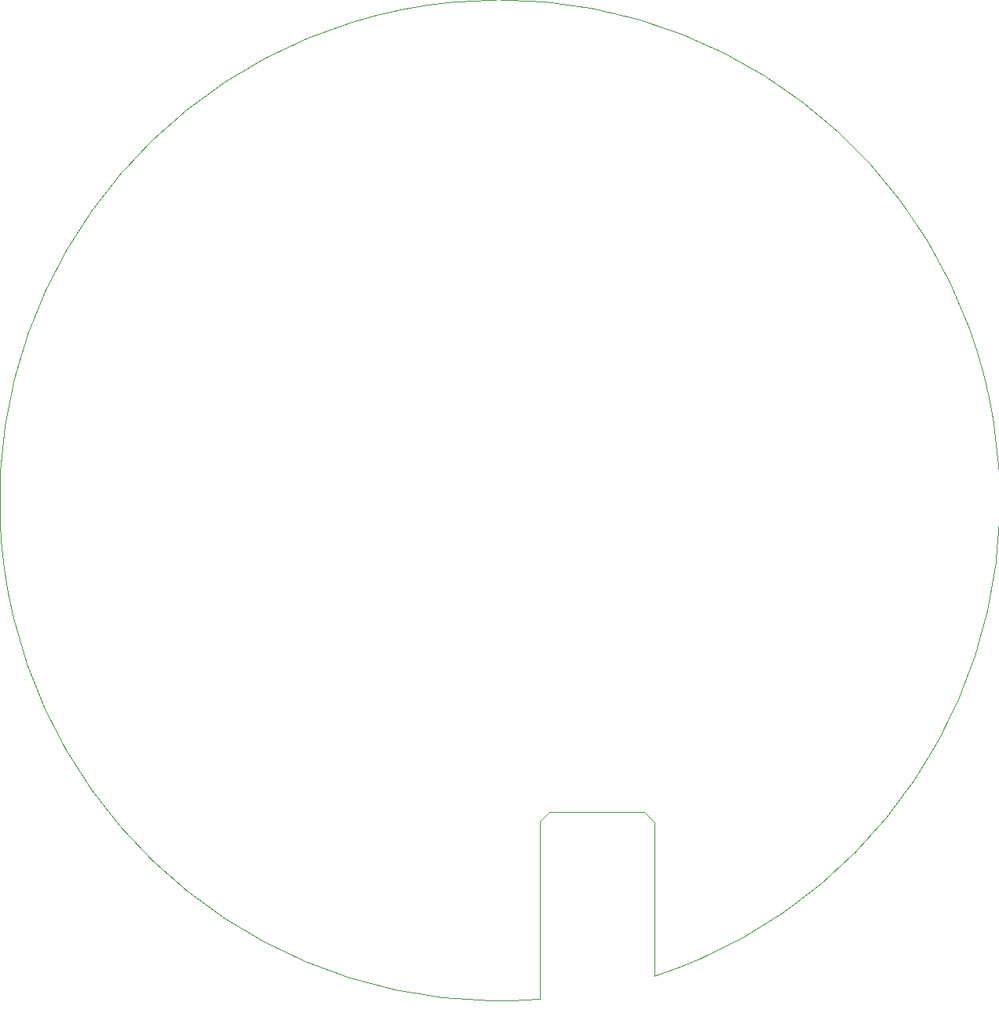
<source format=gko>
G04 Layer_Color=16711935*
%FSLAX42Y42*%
%MOMM*%
G71*
G01*
G75*
%ADD160C,0.08*%
D160*
X13173Y6372D02*
G03*
X11937Y6125I-1669J5131D01*
G01*
X13172Y6373D02*
X13173Y6372D01*
X13172Y6373D02*
Y8034D01*
X13066Y8141D02*
X13172Y8034D01*
X12037Y8141D02*
X13066D01*
X11938Y8042D02*
X12037Y8141D01*
X11937Y6125D02*
X11938Y8042D01*
M02*

</source>
